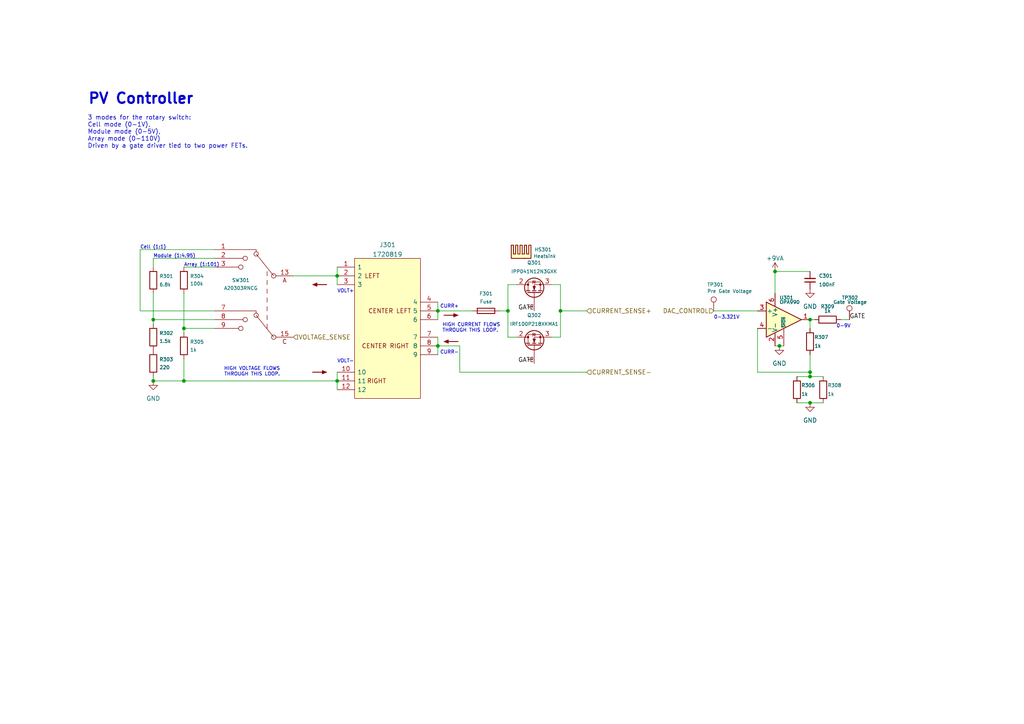
<source format=kicad_sch>
(kicad_sch (version 20230121) (generator eeschema)
  (paper "A4")
  (title_block (title "Curve Tracer") (date "2022-06-05") (rev "1.3.0") (company "Longhorn Racing Solar") (comment 1 "Matthew Yu") (comment 2 "Gary Hallock"))
  (lib_symbols
    (symbol "Amplifier_Operational:MAX4238AUT" (pin_names (offset 0.127))
      (property "Reference" "U" (at 0 6.35 0))
      (property "Value" "MAX4238AUT" (at 0 3.81 0))
      (symbol "MAX4238AUT_0_1"
        (polyline (pts (xy -5.08 5.08) (xy 5.08 0) (xy -5.08 -5.08) (xy -5.08 5.08)) (stroke (width 0.254)) (fill (type background)))
      )
      (symbol "MAX4238AUT_1_1"
        (pin output line (at 7.62 0 180) (length 2.54) (name "~") (number "1"))
        (pin power_in line (at -2.54 -7.62 90) (length 3.81) (name "V-") (number "2"))
        (pin input line (at -7.62 2.54 0) (length 2.54) (name "+") (number "3"))
        (pin input line (at -7.62 -2.54 0) (length 2.54) (name "-") (number "4"))
        (pin input line (at 0 -7.62 90) (length 5.08) (name "~{SHDN}") (number "5"))
        (pin power_in line (at -2.54 7.62 270) (length 3.81) (name "V+") (number "6"))
      )
    )
    (symbol "Array:1720819" (pin_names (offset 0.762))
      (property "Reference" "J?" (at 15.24 6.35 0))
      (property "Value" "1720819" (at 15.24 3.81 0))
      (symbol "1720819_0_0"
        (text "CENTER LEFT" (at 15.24 -12.7 0) (effects (font (size 1.27 1.27))))
        (text "CENTER RIGHT" (at 13.97 -22.86 0) (effects (font (size 1.27 1.27))))
        (text "LEFT" (at 10.16 -2.54 0) (effects (font (size 1.27 1.27))))
        (text "RIGHT" (at 11.43 -33.02 0) (effects (font (size 1.27 1.27))))
        (pin passive line (at 0 0 0) (length 5.08) (name "1") (number "1"))
        (pin passive line (at 0 -30.48 0) (length 5.08) (name "10") (number "10"))
        (pin passive line (at 0 -33.02 0) (length 5.08) (name "11") (number "11"))
        (pin passive line (at 0 -35.56 0) (length 5.08) (name "12") (number "12"))
        (pin passive line (at 0 -2.54 0) (length 5.08) (name "2") (number "2"))
        (pin passive line (at 0 -5.08 0) (length 5.08) (name "3") (number "3"))
        (pin passive line (at 29.21 -10.16 180) (length 5.08) (name "4") (number "4"))
        (pin passive line (at 29.21 -12.7 180) (length 5.08) (name "5") (number "5"))
        (pin passive line (at 29.21 -15.24 180) (length 5.08) (name "6") (number "6"))
        (pin passive line (at 29.21 -20.32 180) (length 5.08) (name "7") (number "7"))
        (pin passive line (at 29.21 -22.86 180) (length 5.08) (name "8") (number "8"))
        (pin passive line (at 29.21 -25.4 180) (length 5.08) (name "9") (number "9"))
      )
      (symbol "1720819_0_1"
        (polyline (pts (xy 5.08 2.54) (xy 24.13 2.54) (xy 24.13 -38.1) (xy 5.08 -38.1) (xy 5.08 2.54)) (stroke (width 0.1524)) (fill (type background)))
      )
    )
    (symbol "Array:SW_Rotary2x3" (pin_names (offset 1.016) hide)
      (property "Reference" "SW" (at 0 17.78 0))
      (property "Value" "SW_Rotary2x3" (at 3.81 -13.97 0))
      (symbol "SW_Rotary2x3_0_0"
        (circle (center -4.445 -10.16) (radius 0.635))
        (circle (center -4.445 7.62) (radius 0.635))
        (polyline (pts (xy -4.445 -10.16) (xy 0.635 -3.81)))
        (polyline (pts (xy -4.445 7.62) (xy 0.635 13.97)))
        (polyline (pts (xy -2.54 -7.62) (xy -2.54 -6.35)))
        (polyline (pts (xy -2.54 -5.08) (xy -2.54 -3.81)))
        (polyline (pts (xy -2.54 -2.54) (xy -2.54 -1.27)))
        (polyline (pts (xy -2.54 0) (xy -2.54 1.27)))
        (polyline (pts (xy -2.54 2.54) (xy -2.54 3.81)))
        (polyline (pts (xy -2.54 5.08) (xy -2.54 6.35)))
        (polyline (pts (xy -2.54 7.62) (xy -2.54 8.89)))
        (polyline (pts (xy 4.445 -5.08) (xy 7.62 -5.08)))
        (polyline (pts (xy 4.445 12.7) (xy 7.62 12.7)))
        (polyline (pts (xy 5.715 -7.62) (xy 7.62 -7.62)))
        (polyline (pts (xy 5.715 10.16) (xy 7.62 10.16)))
        (polyline (pts (xy 0.635 -3.175) (xy 0.635 -2.54) (xy 7.62 -2.54)))
        (polyline (pts (xy 0.635 14.605) (xy 0.635 15.24) (xy 7.62 15.24)))
        (circle (center 0.635 -3.81) (radius 0.635))
        (circle (center 0.635 13.97) (radius 0.635))
        (circle (center 3.81 -5.08) (radius 0.635))
        (circle (center 3.81 12.7) (radius 0.635))
        (circle (center 5.08 -7.62) (radius 0.635))
        (circle (center 5.08 10.16) (radius 0.635))
        (text "A" (at -7.62 6.35 0) (effects (font (size 1.27 1.27))))
        (text "C" (at -7.62 -11.43 0) (effects (font (size 1.27 1.27))))
      )
      (symbol "SW_Rotary2x3_0_1"
        (pin passive line (at 12.7 15.24 180) (length 5.08) (name "1") (number "1"))
        (pin passive line (at -10.16 7.62 0) (length 5.08) (name "A") (number "13"))
        (pin passive line (at -10.16 -10.16 0) (length 5.08) (name "C") (number "15"))
        (pin passive line (at 12.7 12.7 180) (length 5.08) (name "2") (number "2"))
        (pin passive line (at 12.7 10.16 180) (length 5.08) (name "3") (number "3"))
        (pin passive line (at 12.7 -2.54 180) (length 5.08) (name "7") (number "7"))
        (pin passive line (at 12.7 -5.08 180) (length 5.08) (name "8") (number "8"))
        (pin passive line (at 12.7 -7.62 180) (length 5.08) (name "9") (number "9"))
      )
    )
    (symbol "Connector:TestPoint" (pin_numbers hide) (pin_names (offset 0.762) hide)
      (property "Reference" "TP" (at 0 6.858 0))
      (property "Value" "TestPoint" (at 0 5.08 0))
      (symbol "TestPoint_0_1"
        (circle (center 0 3.302) (radius 0.762))
      )
      (symbol "TestPoint_1_1"
        (pin passive line (at 0 0 90) (length 2.54) (name "1") (number "1"))
      )
    )
    (symbol "Device:C_Small" (pin_numbers hide) (pin_names (offset 0.254) hide)
      (property "Reference" "C" (at 0.254 1.778 0))
      (property "Value" "C_Small" (at 0.254 -2.032 0))
      (symbol "C_Small_0_1"
        (polyline (pts (xy -1.524 -0.508) (xy 1.524 -0.508)) (stroke (width 0.3302)))
        (polyline (pts (xy -1.524 0.508) (xy 1.524 0.508)) (stroke (width 0.3048)))
      )
      (symbol "C_Small_1_1"
        (pin passive line (at 0 2.54 270) (length 2.032) (name "~") (number "1"))
        (pin passive line (at 0 -2.54 90) (length 2.032) (name "~") (number "2"))
      )
    )
    (symbol "Device:Fuse" (pin_numbers hide) (pin_names (offset 0))
      (property "Reference" "F" (at 2.032 0 90))
      (property "Value" "Fuse" (at -1.905 0 90))
      (symbol "Fuse_0_1"
        (rectangle (start -0.762 -2.54) (end 0.762 2.54) (stroke (width 0.254)))
        (polyline (pts (xy 0 2.54) (xy 0 -2.54)))
      )
      (symbol "Fuse_1_1"
        (pin passive line (at 0 3.81 270) (length 1.27) (name "~") (number "1"))
        (pin passive line (at 0 -3.81 90) (length 1.27) (name "~") (number "2"))
      )
    )
    (symbol "Device:Q_NMOS_GDS" (pin_names (offset 0) hide)
      (property "Reference" "Q" (at 5.08 1.27 0))
      (property "Value" "Q_NMOS_GDS" (at 5.08 -1.27 0))
      (symbol "Q_NMOS_GDS_0_1"
        (polyline (pts (xy 0.254 0) (xy -2.54 0)))
        (polyline (pts (xy 0.254 1.905) (xy 0.254 -1.905)) (stroke (width 0.254)))
        (polyline (pts (xy 0.762 -1.27) (xy 0.762 -2.286)) (stroke (width 0.254)))
        (polyline (pts (xy 0.762 0.508) (xy 0.762 -0.508)) (stroke (width 0.254)))
        (polyline (pts (xy 0.762 2.286) (xy 0.762 1.27)) (stroke (width 0.254)))
        (polyline (pts (xy 2.54 2.54) (xy 2.54 1.778)))
        (polyline (pts (xy 2.54 -2.54) (xy 2.54 0) (xy 0.762 0)))
        (polyline (pts (xy 0.762 -1.778) (xy 3.302 -1.778) (xy 3.302 1.778) (xy 0.762 1.778)))
        (polyline (pts (xy 1.016 0) (xy 2.032 0.381) (xy 2.032 -0.381) (xy 1.016 0)) (fill (type outline)))
        (polyline (pts (xy 2.794 0.508) (xy 2.921 0.381) (xy 3.683 0.381) (xy 3.81 0.254)))
        (polyline (pts (xy 3.302 0.381) (xy 2.921 -0.254) (xy 3.683 -0.254) (xy 3.302 0.381)))
        (circle (center 1.651 0) (radius 2.794) (stroke (width 0.254)))
        (circle (center 2.54 -1.778) (radius 0.254) (fill (type outline)))
        (circle (center 2.54 1.778) (radius 0.254) (fill (type outline)))
      )
      (symbol "Q_NMOS_GDS_1_1"
        (pin input line (at -5.08 0 0) (length 2.54) (name "G") (number "1"))
        (pin passive line (at 2.54 5.08 270) (length 2.54) (name "D") (number "2"))
        (pin passive line (at 2.54 -5.08 90) (length 2.54) (name "S") (number "3"))
      )
    )
    (symbol "Device:R" (pin_numbers hide) (pin_names (offset 0))
      (property "Reference" "R" (at 2.032 0 90))
      (property "Value" "R" (at 0 0 90))
      (symbol "R_0_1"
        (rectangle (start -1.016 -2.54) (end 1.016 2.54) (stroke (width 0.254)))
      )
      (symbol "R_1_1"
        (pin passive line (at 0 3.81 270) (length 1.27) (name "~") (number "1"))
        (pin passive line (at 0 -3.81 90) (length 1.27) (name "~") (number "2"))
      )
    )
    (symbol "GND_1" (power) (pin_names (offset 0))
      (property "Value" "GND_1" (at 0 -3.81 0))
      (symbol "GND_1_0_1"
        (polyline (pts (xy 0 0) (xy 0 -1.27) (xy 1.27 -1.27) (xy 0 -2.54) (xy -1.27 -1.27) (xy 0 -1.27)))
      )
      (symbol "GND_1_1_1"
        (pin power_in line (at 0 0 270) (length 0) hide (name "GND") (number "1"))
      )
    )
    (symbol "GND_2" (power) (pin_names (offset 0))
      (property "Value" "GND_2" (at 0 -3.81 0))
      (symbol "GND_2_0_1"
        (polyline (pts (xy 0 0) (xy 0 -1.27) (xy 1.27 -1.27) (xy 0 -2.54) (xy -1.27 -1.27) (xy 0 -1.27)))
      )
      (symbol "GND_2_1_1"
        (pin power_in line (at 0 0 270) (length 0) hide (name "GND") (number "1"))
      )
    )
    (symbol "Graphic:SYM_Arrow_Small" (in_bom no) (on_board no)
      (symbol "SYM_Arrow_Small_0_1"
        (polyline (pts (xy 1.524 0) (xy -2.032 0)) (stroke (width 0.254)))
        (polyline (pts (xy 2.032 0) (xy 0.762 -0.508) (xy 0.762 0.508) (xy 2.032 0)) (fill (type outline)))
      )
    )
    (symbol "Mechanical:Heatsink" (pin_names (offset 1.016))
      (property "Reference" "HS" (at 0 5.08 0))
      (property "Value" "Heatsink" (at 0 -1.27 0))
      (symbol "Heatsink_0_1"
        (polyline (pts (xy -0.3302 1.27) (xy -0.9652 1.27) (xy -0.9652 3.81) (xy -1.6002 3.81) (xy -1.6002 1.27) (xy -2.2352 1.27) (xy -2.2352 3.81) (xy -2.8702 3.81) (xy -2.8702 0) (xy -0.9652 0)) (stroke (width 0.254)) (fill (type background)))
        (polyline (pts (xy -0.3302 1.27) (xy -0.3302 3.81) (xy 0.3048 3.81) (xy 0.3048 1.27) (xy 0.9398 1.27) (xy 0.9398 3.81) (xy 1.5748 3.81) (xy 1.5748 1.27) (xy 2.2098 1.27) (xy 2.2098 3.81) (xy 2.8448 3.81) (xy 2.8448 0) (xy -0.9652 0)) (stroke (width 0.254)) (fill (type background)))
      )
    )
    (symbol "power:+9VA" (power) (pin_names (offset 0))
      (property "Value" "+9VA" (at 0 3.81 0))
      (symbol "+9VA_0_1"
        (polyline (pts (xy -0.762 1.27) (xy 0 2.54)))
        (polyline (pts (xy 0 0) (xy 0 2.54)))
        (polyline (pts (xy 0 2.54) (xy 0.762 1.27)))
      )
      (symbol "+9VA_1_1"
        (pin power_in line (at 0 0 90) (length 0) hide (name "+9VA") (number "1"))
      )
    )
  )
  (junction (at 234.95 116.84))
  (junction (at 127 90.17))
  (junction (at 44.45 110.49))
  (junction (at 97.79 80.01))
  (junction (at 127 100.33))
  (junction (at 224.79 78.74))
  (junction (at 234.95 92.71))
  (junction (at 162.56 90.17))
  (junction (at 147.32 90.17))
  (junction (at 53.34 95.25))
  (junction (at 44.45 92.71))
  (junction (at 234.95 109.22))
  (junction (at 226.06 100.33))
  (junction (at 234.95 107.95))
  (junction (at 53.34 110.49))
  (junction (at 97.79 110.49))
  (wire (pts (xy 44.45 85.09) (xy 44.45 92.71)))
  (wire (pts (xy 147.32 82.55) (xy 147.32 90.17)))
  (wire (pts (xy 53.34 104.14) (xy 53.34 110.49)))
  (wire (pts (xy 219.71 95.25) (xy 219.71 107.95)))
  (wire (pts (xy 97.79 107.95) (xy 97.79 110.49)))
  (wire (pts (xy 44.45 110.49) (xy 53.34 110.49)))
  (wire (pts (xy 40.64 72.39) (xy 40.64 90.17)))
  (wire (pts (xy 147.32 90.17) (xy 147.32 97.79)))
  (wire (pts (xy 44.45 92.71) (xy 44.45 93.98)))
  (wire (pts (xy 62.23 72.39) (xy 40.64 72.39)))
  (wire (pts (xy 160.02 97.79) (xy 162.56 97.79)))
  (wire (pts (xy 133.35 107.95) (xy 170.18 107.95)))
  (wire (pts (xy 53.34 110.49) (xy 97.79 110.49)))
  (wire (pts (xy 144.78 90.17) (xy 147.32 90.17)))
  (wire (pts (xy 62.23 90.17) (xy 40.64 90.17)))
  (wire (pts (xy 231.14 109.22) (xy 234.95 109.22)))
  (wire (pts (xy 133.35 107.95) (xy 133.35 100.33)))
  (wire (pts (xy 231.14 116.84) (xy 234.95 116.84)))
  (wire (pts (xy 234.95 109.22) (xy 238.76 109.22)))
  (wire (pts (xy 224.79 78.74) (xy 234.95 78.74)))
  (wire (pts (xy 127 90.17) (xy 137.16 90.17)))
  (wire (pts (xy 224.79 100.33) (xy 226.06 100.33)))
  (wire (pts (xy 162.56 90.17) (xy 170.18 90.17)))
  (wire (pts (xy 133.35 100.33) (xy 127 100.33)))
  (wire (pts (xy 53.34 95.25) (xy 62.23 95.25)))
  (wire (pts (xy 234.95 107.95) (xy 234.95 109.22)))
  (wire (pts (xy 97.79 77.47) (xy 97.79 80.01)))
  (wire (pts (xy 226.06 100.33) (xy 227.33 100.33)))
  (wire (pts (xy 44.45 74.93) (xy 62.23 74.93)))
  (wire (pts (xy 127 97.79) (xy 127 100.33)))
  (wire (pts (xy 160.02 82.55) (xy 162.56 82.55)))
  (wire (pts (xy 236.22 92.71) (xy 234.95 92.71)))
  (wire (pts (xy 127 100.33) (xy 127 102.87)))
  (wire (pts (xy 97.79 110.49) (xy 97.79 113.03)))
  (wire (pts (xy 44.45 109.22) (xy 44.45 110.49)))
  (wire (pts (xy 243.84 92.71) (xy 246.38 92.71)))
  (wire (pts (xy 162.56 90.17) (xy 162.56 97.79)))
  (wire (pts (xy 97.79 80.01) (xy 97.79 82.55)))
  (wire (pts (xy 224.79 78.74) (xy 224.79 85.09)))
  (wire (pts (xy 147.32 97.79) (xy 149.86 97.79)))
  (wire (pts (xy 53.34 85.09) (xy 53.34 95.25)))
  (wire (pts (xy 234.95 102.87) (xy 234.95 107.95)))
  (wire (pts (xy 44.45 92.71) (xy 62.23 92.71)))
  (wire (pts (xy 162.56 82.55) (xy 162.56 90.17)))
  (wire (pts (xy 147.32 82.55) (xy 149.86 82.55)))
  (wire (pts (xy 127 90.17) (xy 127 92.71)))
  (wire (pts (xy 44.45 77.47) (xy 44.45 74.93)))
  (wire (pts (xy 207.01 90.17) (xy 219.71 90.17)))
  (wire (pts (xy 127 87.63) (xy 127 90.17)))
  (wire (pts (xy 53.34 95.25) (xy 53.34 96.52)))
  (wire (pts (xy 53.34 77.47) (xy 62.23 77.47)))
  (wire (pts (xy 234.95 116.84) (xy 238.76 116.84)))
  (wire (pts (xy 234.95 95.25) (xy 234.95 92.71)))
  (wire (pts (xy 97.79 80.01) (xy 85.09 80.01)))
  (wire (pts (xy 219.71 107.95) (xy 234.95 107.95)))
  (text "PV Controller" (at 25.4 30.48 0) (effects (font (size 3 3) (thickness 0.6096) bold) (justify left bottom)))
  (text "VOLT+" (at 97.79 85.09 0) (effects (font (size 1 1)) (justify left bottom)))
  (text "0-3.321V" (at 207.01 92.71 0) (effects (font (size 1 1)) (justify left bottom)))
  (text "HIGH CURRENT FLOWS\nTHROUGH THIS LOOP." (at 128.27 96.52 0) (effects (font (size 1 1)) (justify left bottom)))
  (text "3 modes for the rotary switch:\nCell mode (0-1V),\nModule mode (0-5V),\nArray mode (0-110V)\nDriven by a gate driver tied to two power FETs." (at 25.4 43.18 0) (effects (font (size 1.27 1.27)) (justify left bottom)))
  (text "CURR+" (at 127.635 89.535 0) (effects (font (size 1 1)) (justify left bottom)))
  (text "Module (1:4.95)" (at 44.45 74.93 0) (effects (font (size 1 1)) (justify left bottom)))
  (text "0-9V" (at 242.57 95.25 0) (effects (font (size 1 1)) (justify left bottom)))
  (text "CURR-" (at 127.635 102.87 0) (effects (font (size 1 1)) (justify left bottom)))
  (text "HIGH VOLTAGE FLOWS\nTHROUGH THIS LOOP." (at 81.28 109.22 0) (effects (font (size 1 1)) (justify right bottom)))
  (text "Cell (1:1)" (at 40.64 72.39 0) (effects (font (size 1 1)) (justify left bottom)))
  (text "Array (1:101)" (at 53.34 77.47 0) (effects (font (size 1 1)) (justify left bottom)))
  (text "VOLT-" (at 97.79 105.41 0) (effects (font (size 1 1)) (justify left bottom)))
  (label "GATE" (at 154.94 105.41 180))
  (label "GATE" (at 154.94 90.17 180))
  (label "GATE" (at 246.38 92.71 0))
  (hierarchical_label "VOLTAGE_SENSE" (shape input) (at 85.09 97.79 0))
  (hierarchical_label "CURRENT_SENSE-" (shape input) (at 170.18 107.95 0))
  (hierarchical_label "CURRENT_SENSE+" (shape input) (at 170.18 90.17 0))
  (hierarchical_label "DAC_CONTROL" (shape input) (at 207.01 90.17 180))
  (symbol (lib_name "GND_2") (lib_id "power:GND") (at 226.06 100.33 0) (unit 1)
    (property "Reference" "#PWR0308" (effects hide))
    (property "Value" "GND" (at 226.06 105.41 0))
  )
  (symbol (lib_id "Device:R") (at 44.45 81.28 0) (unit 1)
    (property "Reference" "R301" (at 46.228 80.1116 0) (effects (font (size 1 1)) (justify left)))
    (property "Value" "6.8k" (at 46.228 82.55 0) (effects (font (size 1 1)) (justify left)))
    (property "Footprint" "Resistor_SMD:R_0805_2012Metric" (effects hide))
    (property "Datasheet" "https://datasheet.lcsc.com/lcsc/2205311830_UNI-ROYAL-Uniroyal-Elec-0805W8F6801T5E_C17772.pdf" (effects hide))
    (property "Distributor" "JLCPCB" (effects hide))
    (property "Manufacturer" "UNI-ROYAL(Uniroyal Elec)" (effects hide))
    (property "Cost" "0.0018" (effects hide))
    (property "LCSC Part #" "C17772" (effects hide))
    (property "P/N" "0805W8F6801T5E" (effects hide))
  )
  (symbol (lib_id "Connector:TestPoint") (at 207.01 90.17 0) (unit 1)
    (property "Reference" "TP301" (at 205.105 82.55 0) (effects (font (size 1 1)) (justify left)))
    (property "Value" "Pre Gate Voltage" (at 205.105 84.455 0) (effects (font (size 1 1)) (justify left)))
    (property "Footprint" "TestPoint:TestPoint_Pad_1.0x1.0mm" (effects hide))
  )
  (symbol (lib_id "Graphic:SYM_Arrow_Small") (at 130.81 91.44 0) (unit 1) (in_bom no) (on_board no)
    (property "Reference" "#SYM301" (effects hide))
    (property "Value" "SYM_Arrow_Small" (effects hide))
    (property "Sim.Enable" "0" (effects hide))
  )
  (symbol (lib_id "Device:R") (at 234.95 99.06 0) (unit 1)
    (property "Reference" "R307" (at 236.22 97.79 0) (effects (font (size 1 1)) (justify left)))
    (property "Value" "1k" (at 236.22 100.33 0) (effects (font (size 1 1)) (justify left)))
    (property "Footprint" "Resistor_SMD:R_0805_2012Metric" (effects hide))
    (property "Datasheet" "https://datasheet.lcsc.com/lcsc/2205311800_UNI-ROYAL-Uniroyal-Elec-0805W8F1001T5E_C17513.pdf" (effects hide))
    (property "Distributor" "JLCPCB" (effects hide))
    (property "Manufacturer" "UNI-ROYAL(Uniroyal Elec)" (effects hide))
    (property "Cost" "0.0021" (effects hide))
    (property "LCSC Part #" "C17513" (effects hide))
    (property "P/N" "0805W8F1001T5E" (effects hide))
  )
  (symbol (lib_id "power:+9VA") (at 224.79 78.74 0) (unit 1)
    (property "Reference" "#PWR0302" (effects hide))
    (property "Value" "+9VA" (at 224.79 74.93 0))
  )
  (symbol (lib_id "Device:R") (at 231.14 113.03 0) (unit 1)
    (property "Reference" "R306" (at 232.41 111.76 0) (effects (font (size 1 1)) (justify left)))
    (property "Value" "1k" (at 232.41 114.3 0) (effects (font (size 1 1)) (justify left)))
    (property "Footprint" "Resistor_SMD:R_0805_2012Metric" (effects hide))
    (property "Datasheet" "https://datasheet.lcsc.com/lcsc/2205311800_UNI-ROYAL-Uniroyal-Elec-0805W8F1001T5E_C17513.pdf" (effects hide))
    (property "Distributor" "JLCPCB" (effects hide))
    (property "Manufacturer" "UNI-ROYAL(Uniroyal Elec)" (effects hide))
    (property "Cost" "0.0021" (effects hide))
    (property "LCSC Part #" "C17513" (effects hide))
    (property "P/N" "0805W8F1001T5E" (effects hide))
  )
  (symbol (lib_id "Device:R") (at 240.03 92.71 90) (unit 1)
    (property "Reference" "R309" (at 240.03 88.9 90) (effects (font (size 1 1))))
    (property "Value" "1k" (at 240.03 90.17 90) (effects (font (size 1 1))))
    (property "Footprint" "Resistor_SMD:R_0805_2012Metric" (effects hide))
    (property "Datasheet" "https://datasheet.lcsc.com/lcsc/2205311800_UNI-ROYAL-Uniroyal-Elec-0805W8F1001T5E_C17513.pdf" (effects hide))
    (property "Distributor" "JLCPCB" (effects hide))
    (property "Manufacturer" "UNI-ROYAL(Uniroyal Elec)" (effects hide))
    (property "Cost" "0.0021" (effects hide))
    (property "LCSC Part #" "C17513" (effects hide))
    (property "P/N" "0805W8F1001T5E" (effects hide))
  )
  (symbol (lib_id "Device:R") (at 44.45 105.41 0) (unit 1)
    (property "Reference" "R303" (at 46.228 104.2416 0) (effects (font (size 1 1)) (justify left)))
    (property "Value" "220" (at 46.228 106.553 0) (effects (font (size 1 1)) (justify left)))
    (property "Footprint" "Resistor_SMD:R_0805_2012Metric" (effects hide))
    (property "Datasheet" "https://datasheet.lcsc.com/lcsc/2206010200_UNI-ROYAL-Uniroyal-Elec-0805W8F2200T5E_C17557.pdf" (effects hide))
    (property "Distributor" "JLCPCB" (effects hide))
    (property "Manufacturer" "UNI-ROYAL(Uniroyal Elec)" (effects hide))
    (property "Cost" "0.0019" (effects hide))
    (property "LCSC Part #" "C17557" (effects hide))
    (property "P/N" "0805W8F2200T5E" (effects hide))
  )
  (symbol (lib_id "Amplifier_Operational:MAX4238AUT") (at 227.33 92.71 0) (unit 1)
    (property "Reference" "U301" (at 226.06 86.36 0) (effects (font (size 1 1)) (justify left)))
    (property "Value" "OPA990" (at 226.06 87.63 0) (effects (font (size 1 1)) (justify left)))
    (property "Footprint" "Package_TO_SOT_SMD:SOT-23-6" (effects hide))
    (property "Datasheet" "https://www.ti.com/general/docs/suppproductinfo.tsp?distId=26&gotoUrl=https://www.ti.com/lit/gpn/opa990" (effects hide))
    (property "Distributor" "Mouser" (effects hide))
    (property "Manufacturer" "Texas Instruments" (effects hide))
    (property "Cost" "1.31" (effects hide))
    (property "P/N" "OPA990SIDBVR" (effects hide))
  )
  (symbol (lib_id "Device:R") (at 53.34 100.33 0) (unit 1)
    (property "Reference" "R305" (at 55.118 99.1616 0) (effects (font (size 1 1)) (justify left)))
    (property "Value" "1k" (at 55.118 101.473 0) (effects (font (size 1 1)) (justify left)))
    (property "Footprint" "Resistor_SMD:R_0805_2012Metric" (effects hide))
    (property "Datasheet" "https://datasheet.lcsc.com/lcsc/2205311800_UNI-ROYAL-Uniroyal-Elec-0805W8F1001T5E_C17513.pdf" (effects hide))
    (property "Distributor" "JLCPCB" (effects hide))
    (property "Manufacturer" "UNI-ROYAL(Uniroyal Elec)" (effects hide))
    (property "Cost" "0.0021" (effects hide))
    (property "LCSC Part #" "C17513" (effects hide))
    (property "P/N" "0805W8F1001T5E" (effects hide))
  )
  (symbol (lib_id "Device:R") (at 53.34 81.28 0) (unit 1)
    (property "Reference" "R304" (at 55.118 80.1116 0) (effects (font (size 1 1)) (justify left)))
    (property "Value" "100k" (at 55.118 82.296 0) (effects (font (size 1 1)) (justify left)))
    (property "Footprint" "Resistor_SMD:R_0805_2012Metric" (effects hide))
    (property "Datasheet" "https://datasheet.lcsc.com/lcsc/2205312316_UNI-ROYAL-Uniroyal-Elec-0805W8F1003T5E_C149504.pdf" (effects hide))
    (property "Distributor" "JLCPCB" (effects hide))
    (property "Manufacturer" "UNI-ROYAL(Uniroyal Elec)" (effects hide))
    (property "Cost" "0.0018" (effects hide))
    (property "LCSC Part #" "C149504" (effects hide))
    (property "P/N" "0805W8F1003T5E" (effects hide))
  )
  (symbol (lib_name "GND_2") (lib_id "power:GND") (at 234.95 83.82 0) (unit 1)
    (property "Reference" "#PWR0307" (effects hide))
    (property "Value" "GND" (at 234.95 88.9 0))
  )
  (symbol (lib_id "Array:SW_Rotary2x3") (at 74.93 87.63 0) (mirror y) (unit 1)
    (property "Reference" "SW301" (at 69.85 81.28 0) (effects (font (size 1 1))))
    (property "Value" "A20303RNCG" (at 69.85 83.566 0) (effects (font (size 1 1))))
    (property "Footprint" "Footprints:A20303RNCG_rotary_sw_dp3t" (effects hide))
    (property "Datasheet" "https://www.mouser.com/datasheet/2/240/arotary-3050724.pdf" (effects hide))
    (property "Distributor" "Mouser" (effects hide))
    (property "Manufacturer" "C&K" (effects hide))
    (property "Cost" "17.70" (effects hide))
    (property "P/N" "A20303RNCG" (effects hide))
  )
  (symbol (lib_id "Mechanical:Heatsink") (at 151.13 74.93 0) (mirror y) (unit 1)
    (property "Reference" "HS301" (at 160.02 72.39 0) (effects (font (size 1 1)) (justify left)))
    (property "Value" "Heatsink" (at 161.29 74.295 0) (effects (font (size 1 1)) (justify left)))
    (property "Footprint" "Heatsink:Heatsink_Fischer_SK129-STS_42x25mm_2xDrill2.5mm" (effects hide))
    (property "Datasheet" "https://www.ohmite.com/assets/docs/sink_f_r.pdf" (effects hide))
    (property "Distributor" "Mouser" (effects hide))
    (property "Manufacturer" "Ohmite" (effects hide))
    (property "Cost" "2.30" (effects hide))
    (property "P/N" "FA-T220-38E" (effects hide))
  )
  (symbol (lib_id "Device:Q_NMOS_GDS") (at 154.94 85.09 90) (unit 1)
    (property "Reference" "Q301" (at 154.94 76.2 90) (effects (font (size 1 1))))
    (property "Value" "IPP041N12N3GXK" (at 154.94 78.74 90) (effects (font (size 1 1))))
    (property "Footprint" "Package_TO_SOT_THT:TO-220-3_Vertical" (effects hide))
    (property "Datasheet" "https://www.mouser.com/datasheet/2/196/Infineon_IPP_I_B041N12N3_DS_v02_03_en-3164842.pdf" (effects hide))
    (property "Distributor" "Mouser" (effects hide))
    (property "Manufacturer" "Infineon Technologies" (effects hide))
    (property "Cost" "6.39" (effects hide))
    (property "P/N" "IPP041N12N3 G" (effects hide))
  )
  (symbol (lib_id "Device:C_Small") (at 234.95 81.28 180) (unit 1)
    (property "Reference" "C301" (at 237.49 80.01 0) (effects (font (size 1 1)) (justify right)))
    (property "Value" "100nF" (at 237.49 82.55 0) (effects (font (size 1 1)) (justify right)))
    (property "Footprint" "Capacitor_SMD:C_0805_2012Metric" (effects hide))
    (property "Datasheet" "https://datasheet.lcsc.com/lcsc/1810191216_Samsung-Electro-Mechanics-CL21B104KCFNNNE_C28233.pdf" (effects hide))
    (property "Distributor" "JLCPCB" (effects hide))
    (property "Manufacturer" "Samsung Electro-Mechanics" (effects hide))
    (property "Cost" "0.0078" (effects hide))
    (property "LCSC Part #" "C28233" (effects hide))
    (property "P/N" "CL21B104KCFNNNE" (effects hide))
  )
  (symbol (lib_id "Connector:TestPoint") (at 246.38 92.71 0) (mirror y) (unit 1)
    (property "Reference" "TP302" (at 248.92 86.36 0) (effects (font (size 1 1)) (justify left)))
    (property "Value" "Gate Voltage" (at 251.46 87.63 0) (effects (font (size 1 1)) (justify left)))
    (property "Footprint" "TestPoint:TestPoint_Pad_1.0x1.0mm" (effects hide))
  )
  (symbol (lib_id "Array:1720819") (at 97.79 77.47 0) (unit 1)
    (property "Reference" "J301" (at 112.395 71.0143 0))
    (property "Value" "1720819" (at 112.395 73.7894 0))
    (property "Footprint" "Footprints:1720819" (effects hide))
    (property "Datasheet" "https://www.phoenixcontact.com/us/products/1720819/pdf" (effects hide))
    (property "Distributor" "Mouser" (effects hide))
    (property "Manufacturer" "Phoenix Connector" (effects hide))
    (property "Cost" "8.13" (effects hide))
    (property "P/N" "1720819" (effects hide))
  )
  (symbol (lib_id "Graphic:SYM_Arrow_Small") (at 92.71 107.95 0) (unit 1) (in_bom no) (on_board no)
    (property "Reference" "#SYM306" (effects hide))
    (property "Value" "SYM_Arrow_Small" (effects hide))
    (property "Sim.Enable" "0" (effects hide))
  )
  (symbol (lib_name "GND_1") (lib_id "power:GND") (at 44.45 110.49 0) (unit 1)
    (property "Reference" "#PWR0306" (effects hide))
    (property "Value" "GND" (at 44.45 115.57 0))
  )
  (symbol (lib_name "GND_2") (lib_id "power:GND") (at 234.95 116.84 0) (unit 1)
    (property "Reference" "#PWR0301" (effects hide))
    (property "Value" "GND" (at 234.95 121.92 0))
  )
  (symbol (lib_id "Device:R") (at 238.76 113.03 0) (unit 1)
    (property "Reference" "R308" (at 240.03 111.76 0) (effects (font (size 1 1)) (justify left)))
    (property "Value" "1k" (at 240.03 114.3 0) (effects (font (size 1 1)) (justify left)))
    (property "Footprint" "Resistor_SMD:R_0805_2012Metric" (effects hide))
    (property "Datasheet" "https://datasheet.lcsc.com/lcsc/2205311800_UNI-ROYAL-Uniroyal-Elec-0805W8F1001T5E_C17513.pdf" (effects hide))
    (property "Distributor" "JLCPCB" (effects hide))
    (property "Manufacturer" "UNI-ROYAL(Uniroyal Elec)" (effects hide))
    (property "Cost" "0.0021" (effects hide))
    (property "LCSC Part #" "C17513" (effects hide))
    (property "P/N" "0805W8F1001T5E" (effects hide))
  )
  (symbol (lib_id "Device:R") (at 44.45 97.79 0) (unit 1)
    (property "Reference" "R302" (at 46.228 96.6216 0) (effects (font (size 1 1)) (justify left)))
    (property "Value" "1.5k" (at 46.228 98.933 0) (effects (font (size 1 1)) (justify left)))
    (property "Footprint" "Resistor_SMD:R_0805_2012Metric" (effects hide))
    (property "Datasheet" "https://datasheet.lcsc.com/lcsc/2206010216_UNI-ROYAL-Uniroyal-Elec-0805W8F1501T5E_C4310.pdf" (effects hide))
    (property "Distributor" "JLCPCB" (effects hide))
    (property "Manufacturer" "UNI-ROYAL(Uniroyal Elec)" (effects hide))
    (property "Cost" "0.0018" (effects hide))
    (property "LCSC Part #" "C4310" (effects hide))
    (property "P/N" "0805W8F1501T5E" (effects hide))
  )
  (symbol (lib_id "Device:Q_NMOS_GDS") (at 154.94 100.33 90) (unit 1)
    (property "Reference" "Q302" (at 154.94 91.44 90) (effects (font (size 1 1))))
    (property "Value" "IRF100P218XKMA1" (at 154.94 93.98 90) (effects (font (size 1 1))))
    (property "Footprint" "Package_TO_SOT_THT:TO-220-3_Vertical" (effects hide))
    (property "Datasheet" "https://www.mouser.com/datasheet/2/196/Infineon_IPP_I_B041N12N3_DS_v02_03_en-3164842.pdf" (effects hide))
    (property "Distributor" "Mouser" (effects hide))
    (property "Manufacturer" "Infineon Technologies" (effects hide))
    (property "Cost" "6.39" (effects hide))
    (property "P/N" "IPP041N12N3 G" (effects hide))
  )
  (symbol (lib_id "Device:Fuse") (at 140.97 90.17 270) (unit 1)
    (property "Reference" "F301" (at 140.97 85.1662 90) (effects (font (size 1 1))))
    (property "Value" "Fuse" (at 140.97 87.4776 90) (effects (font (size 1 1))))
    (property "Footprint" "Footprints:05200101Z_Fuze_Holder_5x20_PCB_Mount" (effects hide))
    (property "Datasheet" "https://www.mouser.com/datasheet/2/240/Littelfuse_Fuse_Block_520_Datasheet_pdf-1372316.pdf" (effects hide))
    (property "Distributor" "Mouser" (effects hide))
    (property "Manufacturer" "Littelfuse" (effects hide))
    (property "Cost" "1.73" (effects hide))
    (property "P/N" "05200101Z" (effects hide))
  )
  (symbol (lib_id "Graphic:SYM_Arrow_Small") (at 92.71 82.55 180) (unit 1) (in_bom no) (on_board no)
    (property "Reference" "#SYM305" (effects hide))
    (property "Value" "SYM_Arrow_Small" (effects hide))
    (property "Sim.Enable" "0" (effects hide))
  )
  (symbol (lib_id "Graphic:SYM_Arrow_Small") (at 130.81 99.06 180) (unit 1) (in_bom no) (on_board no)
    (property "Reference" "#SYM302" (effects hide))
    (property "Value" "SYM_Arrow_Small" (effects hide))
    (property "Sim.Enable" "0" (effects hide))
  )
)
</source>
